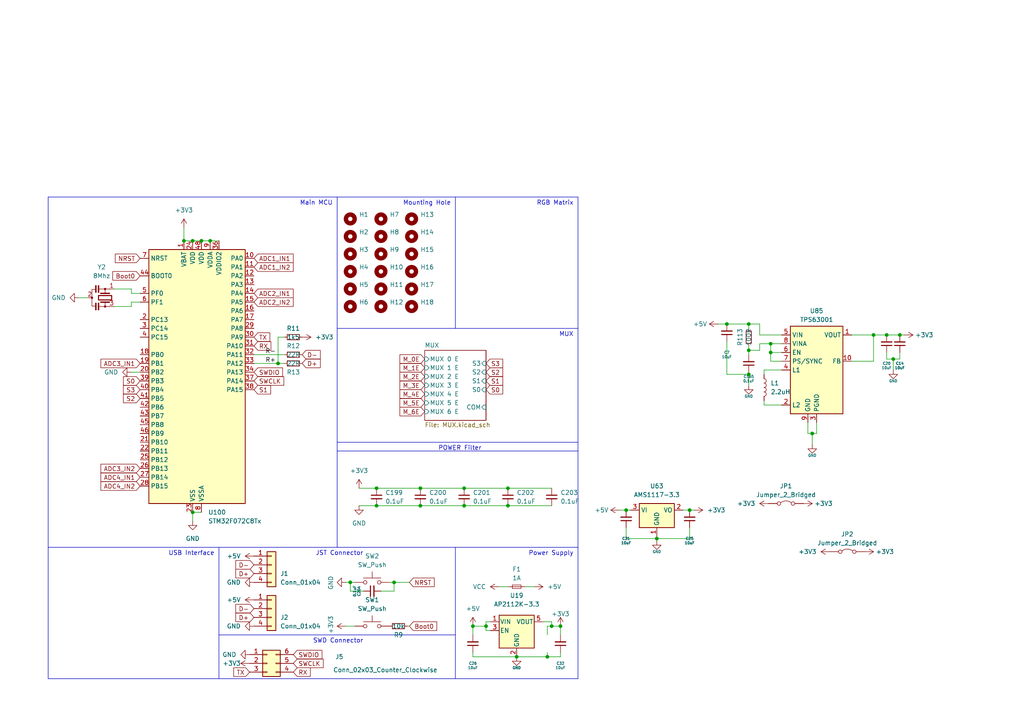
<source format=kicad_sch>
(kicad_sch (version 20231120) (generator "eeschema") (generator_version "8.0")
  (paper "A4")
  (lib_symbols
    (symbol "Connector_Generic:Conn_01x04" (pin_names (offset 1.016) hide)
      (property "Reference" "J" (at 0 5.08 0))
      (property "Value" "Conn_01x04" (at 0 -7.62 0))
      (symbol "Conn_01x04_1_1"
        (rectangle (start -1.27 -4.953) (end 0 -5.207) (stroke (width 0.1524)))
        (rectangle (start -1.27 -2.413) (end 0 -2.667) (stroke (width 0.1524)))
        (rectangle (start -1.27 0.127) (end 0 -0.127) (stroke (width 0.1524)))
        (rectangle (start -1.27 2.667) (end 0 2.413) (stroke (width 0.1524)))
        (rectangle (start -1.27 3.81) (end 1.27 -6.35) (stroke (width 0.254)) (fill (type background)))
        (pin passive line (at -5.08 2.54 0) (length 3.81) (name "Pin_1") (number "1"))
        (pin passive line (at -5.08 0 0) (length 3.81) (name "Pin_2") (number "2"))
        (pin passive line (at -5.08 -2.54 0) (length 3.81) (name "Pin_3") (number "3"))
        (pin passive line (at -5.08 -5.08 0) (length 3.81) (name "Pin_4") (number "4"))
      )
    )
    (symbol "Connector_Generic:Conn_02x03_Counter_Clockwise" (pin_names (offset 1.016) hide)
      (property "Reference" "J" (at 1.27 5.08 0))
      (property "Value" "Conn_02x03_Counter_Clockwise" (at 1.27 -5.08 0))
      (symbol "Conn_02x03_Counter_Clockwise_1_1"
        (rectangle (start -1.27 -2.413) (end 0 -2.667) (stroke (width 0.1524)))
        (rectangle (start -1.27 0.127) (end 0 -0.127) (stroke (width 0.1524)))
        (rectangle (start -1.27 2.667) (end 0 2.413) (stroke (width 0.1524)))
        (rectangle (start -1.27 3.81) (end 3.81 -3.81) (stroke (width 0.254)) (fill (type background)))
        (rectangle (start 3.81 -2.413) (end 2.54 -2.667) (stroke (width 0.1524)))
        (rectangle (start 3.81 0.127) (end 2.54 -0.127) (stroke (width 0.1524)))
        (rectangle (start 3.81 2.667) (end 2.54 2.413) (stroke (width 0.1524)))
        (pin passive line (at -5.08 2.54 0) (length 3.81) (name "Pin_1") (number "1"))
        (pin passive line (at -5.08 0 0) (length 3.81) (name "Pin_2") (number "2"))
        (pin passive line (at -5.08 -2.54 0) (length 3.81) (name "Pin_3") (number "3"))
        (pin passive line (at 7.62 -2.54 180) (length 3.81) (name "Pin_4") (number "4"))
        (pin passive line (at 7.62 0 180) (length 3.81) (name "Pin_5") (number "5"))
        (pin passive line (at 7.62 2.54 180) (length 3.81) (name "Pin_6") (number "6"))
      )
    )
    (symbol "Device:C_Small" (pin_numbers hide) (pin_names (offset 0.254) hide)
      (property "Reference" "C" (at 0.254 1.778 0))
      (property "Value" "C_Small" (at 0.254 -2.032 0))
      (symbol "C_Small_0_1"
        (polyline (pts (xy -1.524 -0.508) (xy 1.524 -0.508)) (stroke (width 0.3302)))
        (polyline (pts (xy -1.524 0.508) (xy 1.524 0.508)) (stroke (width 0.3048)))
      )
      (symbol "C_Small_1_1"
        (pin passive line (at 0 2.54 270) (length 2.032) (name "~") (number "1"))
        (pin passive line (at 0 -2.54 90) (length 2.032) (name "~") (number "2"))
      )
    )
    (symbol "Device:Fuse_Small" (pin_numbers hide) (pin_names (offset 0.254) hide)
      (property "Reference" "F" (at 0 -1.524 0))
      (property "Value" "Fuse_Small" (at 0 1.524 0))
      (symbol "Fuse_Small_0_1"
        (rectangle (start -1.27 0.508) (end 1.27 -0.508))
        (polyline (pts (xy -1.27 0) (xy 1.27 0)))
      )
      (symbol "Fuse_Small_1_1"
        (pin passive line (at -2.54 0 0) (length 1.27) (name "~") (number "1"))
        (pin passive line (at 2.54 0 180) (length 1.27) (name "~") (number "2"))
      )
    )
    (symbol "Device:L" (pin_numbers hide) (pin_names (offset 1.016) hide)
      (property "Reference" "L" (at -1.27 0 90))
      (property "Value" "L" (at 1.905 0 90))
      (symbol "L_0_1"
        (arc (start 0 -2.54) (mid 0.6323 -1.905) (end 0 -1.27))
        (arc (start 0 -1.27) (mid 0.6323 -0.635) (end 0 0))
        (arc (start 0 0) (mid 0.6323 0.635) (end 0 1.27))
        (arc (start 0 1.27) (mid 0.6323 1.905) (end 0 2.54))
      )
      (symbol "L_1_1"
        (pin passive line (at 0 3.81 270) (length 1.27) (name "1") (number "1"))
        (pin passive line (at 0 -3.81 90) (length 1.27) (name "2") (number "2"))
      )
    )
    (symbol "Device:R_Small" (pin_numbers hide) (pin_names (offset 0.254) hide)
      (property "Reference" "R" (at 0.762 0.508 0))
      (property "Value" "R_Small" (at 0.762 -1.016 0))
      (symbol "R_Small_0_1"
        (rectangle (start -0.762 1.778) (end 0.762 -1.778) (stroke (width 0.2032)))
      )
      (symbol "R_Small_1_1"
        (pin passive line (at 0 2.54 270) (length 0.762) (name "~") (number "1"))
        (pin passive line (at 0 -2.54 90) (length 0.762) (name "~") (number "2"))
      )
    )
    (symbol "Device:Resonator_Small" (pin_names (offset 1.016) hide)
      (property "Reference" "Y" (at 3.175 1.905 0))
      (property "Value" "Resonator_Small" (at 3.175 0 0))
      (symbol "Resonator_Small_0_1"
        (rectangle (start -3.556 -2.54) (end -1.524 -2.794) (fill (type outline)))
        (rectangle (start -3.556 -1.778) (end -1.524 -2.032) (fill (type outline)))
        (circle (center -2.54 0) (radius 0.254) (fill (type outline)))
        (rectangle (start -0.635 1.905) (end 0.635 -1.905) (stroke (width 0.3048)))
        (circle (center 0 -3.81) (radius 0.254) (fill (type outline)))
        (polyline (pts (xy -2.54 -1.778) (xy -2.54 0)))
        (polyline (pts (xy -2.54 0) (xy -1.397 0)))
        (polyline (pts (xy -2.54 1.27) (xy -2.54 0)))
        (polyline (pts (xy -1.27 -1.27) (xy -1.27 1.27)) (stroke (width 0.381)))
        (polyline (pts (xy 1.27 -1.27) (xy 1.27 1.27)) (stroke (width 0.381)))
        (polyline (pts (xy 1.27 0) (xy 2.54 0)))
        (polyline (pts (xy 2.54 0) (xy 2.54 -1.778)))
        (polyline (pts (xy 2.54 1.27) (xy 2.54 0)))
        (polyline (pts (xy 2.413 -2.794) (xy 2.413 -3.81) (xy -2.413 -3.81) (xy -2.413 -2.667)))
        (rectangle (start 1.524 -2.54) (end 3.556 -2.794) (fill (type outline)))
        (rectangle (start 1.524 -1.778) (end 3.556 -2.032) (fill (type outline)))
        (circle (center 2.54 0) (radius 0.254) (fill (type outline)))
      )
      (symbol "Resonator_Small_1_1"
        (pin passive line (at -2.54 2.54 270) (length 1.27) (name "1") (number "1"))
        (pin passive line (at 0 -5.08 90) (length 1.27) (name "2") (number "2"))
        (pin passive line (at 2.54 2.54 270) (length 1.27) (name "3") (number "3"))
      )
    )
    (symbol "Jumper:Jumper_2_Bridged" (pin_numbers hide) (pin_names (offset 0) hide) (exclude_from_sim yes)
      (property "Reference" "JP" (at 0 1.905 0))
      (property "Value" "Jumper_2_Bridged" (at 0 -2.54 0))
      (symbol "Jumper_2_Bridged_0_0"
        (circle (center -2.032 0) (radius 0.508))
        (circle (center 2.032 0) (radius 0.508))
      )
      (symbol "Jumper_2_Bridged_0_1"
        (arc (start 1.524 0.254) (mid 0 0.762) (end -1.524 0.254))
      )
      (symbol "Jumper_2_Bridged_1_1"
        (pin passive line (at -5.08 0 0) (length 2.54) (name "A") (number "1"))
        (pin passive line (at 5.08 0 180) (length 2.54) (name "B") (number "2"))
      )
    )
    (symbol "MCU_ST_STM32F0:STM32F072C8Tx"
      (property "Reference" "U" (at -12.7 39.37 0))
      (property "Value" "STM32F072C8Tx" (at 10.16 39.37 0))
      (symbol "STM32F072C8Tx_0_1"
        (rectangle (start -12.7 -35.56) (end 15.24 38.1) (stroke (width 0.254)) (fill (type background)))
      )
      (symbol "STM32F072C8Tx_1_1"
        (pin power_in line (at -2.54 40.64 270) (length 2.54) (name "VBAT") (number "1"))
        (pin bidirectional line (at 17.78 35.56 180) (length 2.54) (name "PA0") (number "10"))
        (pin bidirectional line (at 17.78 33.02 180) (length 2.54) (name "PA1") (number "11"))
        (pin bidirectional line (at 17.78 30.48 180) (length 2.54) (name "PA2") (number "12"))
        (pin bidirectional line (at 17.78 27.94 180) (length 2.54) (name "PA3") (number "13"))
        (pin bidirectional line (at 17.78 25.4 180) (length 2.54) (name "PA4") (number "14"))
        (pin bidirectional line (at 17.78 22.86 180) (length 2.54) (name "PA5") (number "15"))
        (pin bidirectional line (at 17.78 20.32 180) (length 2.54) (name "PA6") (number "16"))
        (pin bidirectional line (at 17.78 17.78 180) (length 2.54) (name "PA7") (number "17"))
        (pin bidirectional line (at -15.24 7.62 0) (length 2.54) (name "PB0") (number "18"))
        (pin bidirectional line (at -15.24 5.08 0) (length 2.54) (name "PB1") (number "19"))
        (pin bidirectional line (at -15.24 17.78 0) (length 2.54) (name "PC13") (number "2"))
        (pin bidirectional line (at -15.24 2.54 0) (length 2.54) (name "PB2") (number "20"))
        (pin bidirectional line (at -15.24 -17.78 0) (length 2.54) (name "PB10") (number "21"))
        (pin bidirectional line (at -15.24 -20.32 0) (length 2.54) (name "PB11") (number "22"))
        (pin power_in line (at 0 -38.1 90) (length 2.54) (name "VSS") (number "23"))
        (pin power_in line (at 0 40.64 270) (length 2.54) (name "VDD") (number "24"))
        (pin bidirectional line (at -15.24 -22.86 0) (length 2.54) (name "PB12") (number "25"))
        (pin bidirectional line (at -15.24 -25.4 0) (length 2.54) (name "PB13") (number "26"))
        (pin bidirectional line (at -15.24 -27.94 0) (length 2.54) (name "PB14") (number "27"))
        (pin bidirectional line (at -15.24 -30.48 0) (length 2.54) (name "PB15") (number "28"))
        (pin bidirectional line (at 17.78 15.24 180) (length 2.54) (name "PA8") (number "29"))
        (pin bidirectional line (at -15.24 15.24 0) (length 2.54) (name "PC14") (number "3"))
        (pin bidirectional line (at 17.78 12.7 180) (length 2.54) (name "PA9") (number "30"))
        (pin bidirectional line (at 17.78 10.16 180) (length 2.54) (name "PA10") (number "31"))
        (pin bidirectional line (at 17.78 7.62 180) (length 2.54) (name "PA11") (number "32"))
        (pin bidirectional line (at 17.78 5.08 180) (length 2.54) (name "PA12") (number "33"))
        (pin bidirectional line (at 17.78 2.54 180) (length 2.54) (name "PA13") (number "34"))
        (pin passive line (at 0 -38.1 90) (length 2.54) hide (name "VSS") (number "35"))
        (pin power_in line (at 7.62 40.64 270) (length 2.54) (name "VDDIO2") (number "36"))
        (pin bidirectional line (at 17.78 0 180) (length 2.54) (name "PA14") (number "37"))
        (pin bidirectional line (at 17.78 -2.54 180) (length 2.54) (name "PA15") (number "38"))
        (pin bidirectional line (at -15.24 0 0) (length 2.54) (name "PB3") (number "39"))
        (pin bidirectional line (at -15.24 12.7 0) (length 2.54) (name "PC15") (number "4"))
        (pin bidirectional line (at -15.24 -2.54 0) (length 2.54) (name "PB4") (number "40"))
        (pin bidirectional line (at -15.24 -5.08 0) (length 2.54) (name "PB5") (number "41"))
        (pin bidirectional line (at -15.24 -7.62 0) (length 2.54) (name "PB6") (number "42"))
        (pin bidirectional line (at -15.24 -10.16 0) (length 2.54) (name "PB7") (number "43"))
        (pin input line (at -15.24 30.48 0) (length 2.54) (name "BOOT0") (number "44"))
        (pin bidirectional line (at -15.24 -12.7 0) (length 2.54) (name "PB8") (number "45"))
        (pin bidirectional line (at -15.24 -15.24 0) (length 2.54) (name "PB9") (number "46"))
        (pin passive line (at 0 -38.1 90) (length 2.54) hide (name "VSS") (number "47"))
        (pin power_in line (at 2.54 40.64 270) (length 2.54) (name "VDD") (number "48"))
        (pin bidirectional line (at -15.24 25.4 0) (length 2.54) (name "PF0") (number "5"))
        (pin bidirectional line (at -15.24 22.86 0) (length 2.54) (name "PF1") (number "6"))
        (pin input line (at -15.24 35.56 0) (length 2.54) (name "NRST") (number "7"))
        (pin power_in line (at 2.54 -38.1 90) (length 2.54) (name "VSSA") (number "8"))
        (pin power_in line (at 5.08 40.64 270) (length 2.54) (name "VDDA") (number "9"))
      )
    )
    (symbol "Mechanical:MountingHole" (pin_names (offset 1.016))
      (property "Reference" "H" (at 0 5.08 0))
      (property "Value" "MountingHole" (at 0 3.175 0))
      (symbol "MountingHole_0_1"
        (circle (center 0 0) (radius 1.27) (stroke (width 1.27)))
      )
    )
    (symbol "Regulator_Linear:AMS1117-3.3"
      (property "Reference" "U" (at -3.81 3.175 0))
      (property "Value" "AMS1117-3.3" (at 0 3.175 0))
      (symbol "AMS1117-3.3_0_1"
        (rectangle (start -5.08 -5.08) (end 5.08 1.905) (stroke (width 0.254)) (fill (type background)))
      )
      (symbol "AMS1117-3.3_1_1"
        (pin power_in line (at 0 -7.62 90) (length 2.54) (name "GND") (number "1"))
        (pin power_out line (at 7.62 0 180) (length 2.54) (name "VO") (number "2"))
        (pin power_in line (at -7.62 0 0) (length 2.54) (name "VI") (number "3"))
      )
    )
    (symbol "Regulator_Linear:AP2112K-3.3" (pin_names (offset 0.254))
      (property "Reference" "U" (at -5.08 5.715 0))
      (property "Value" "AP2112K-3.3" (at 0 5.715 0))
      (symbol "AP2112K-3.3_0_1"
        (rectangle (start -5.08 4.445) (end 5.08 -5.08) (stroke (width 0.254)) (fill (type background)))
      )
      (symbol "AP2112K-3.3_1_1"
        (pin power_in line (at -7.62 2.54 0) (length 2.54) (name "VIN") (number "1"))
        (pin power_in line (at 0 -7.62 90) (length 2.54) (name "GND") (number "2"))
        (pin input line (at -7.62 0 0) (length 2.54) (name "EN") (number "3"))
        (pin no_connect line (at 5.08 0 180) (length 2.54) hide (name "NC") (number "4"))
        (pin power_out line (at 7.62 2.54 180) (length 2.54) (name "VOUT") (number "5"))
      )
    )
    (symbol "Regulator_Switching:TPS63001"
      (property "Reference" "U" (at -7.62 13.97 0))
      (property "Value" "TPS63001" (at 5.08 13.97 0))
      (symbol "TPS63001_0_1"
        (rectangle (start -7.62 12.7) (end 7.62 -12.7) (stroke (width 0.254)) (fill (type background)))
      )
      (symbol "TPS63001_1_1"
        (pin power_out line (at 10.16 10.16 180) (length 2.54) (name "VOUT") (number "1"))
        (pin input line (at 10.16 2.54 180) (length 2.54) (name "FB") (number "10"))
        (pin passive line (at 0 -15.24 90) (length 2.54) hide (name "PGND") (number "11"))
        (pin input line (at -10.16 -10.16 0) (length 2.54) (name "L2") (number "2"))
        (pin power_in line (at 0 -15.24 90) (length 2.54) (name "PGND") (number "3"))
        (pin input line (at -10.16 0 0) (length 2.54) (name "L1") (number "4"))
        (pin power_in line (at -10.16 10.16 0) (length 2.54) (name "VIN") (number "5"))
        (pin input line (at -10.16 5.08 0) (length 2.54) (name "EN") (number "6"))
        (pin input line (at -10.16 2.54 0) (length 2.54) (name "PS/SYNC") (number "7"))
        (pin power_in line (at -10.16 7.62 0) (length 2.54) (name "VINA") (number "8"))
        (pin power_in line (at -2.54 -15.24 90) (length 2.54) (name "GND") (number "9"))
      )
    )
    (symbol "Switch:SW_Push" (pin_numbers hide) (pin_names (offset 1.016) hide)
      (property "Reference" "SW" (at 1.27 2.54 0))
      (property "Value" "SW_Push" (at 0 -1.524 0))
      (symbol "SW_Push_0_1"
        (circle (center -2.032 0) (radius 0.508))
        (polyline (pts (xy 0 1.27) (xy 0 3.048)))
        (polyline (pts (xy 2.54 1.27) (xy -2.54 1.27)))
        (circle (center 2.032 0) (radius 0.508))
        (pin passive line (at -5.08 0 0) (length 2.54) (name "1") (number "1"))
        (pin passive line (at 5.08 0 180) (length 2.54) (name "2") (number "2"))
      )
    )
    (symbol "power:+3.3V" (power) (pin_names (offset 0))
      (property "Value" "+3.3V" (at 0 3.556 0))
      (symbol "+3.3V_0_1"
        (polyline (pts (xy -0.762 1.27) (xy 0 2.54)))
        (polyline (pts (xy 0 0) (xy 0 2.54)))
        (polyline (pts (xy 0 2.54) (xy 0.762 1.27)))
      )
      (symbol "+3.3V_1_1"
        (pin power_in line (at 0 0 90) (length 0) hide (name "+3V3") (number "1"))
      )
    )
    (symbol "power:+3V3" (power) (pin_names (offset 0))
      (property "Value" "+3V3" (at 0 3.556 0))
      (symbol "+3V3_0_1"
        (polyline (pts (xy -0.762 1.27) (xy 0 2.54)))
        (polyline (pts (xy 0 0) (xy 0 2.54)))
        (polyline (pts (xy 0 2.54) (xy 0.762 1.27)))
      )
      (symbol "+3V3_1_1"
        (pin power_in line (at 0 0 90) (length 0) hide (name "+3V3") (number "1"))
      )
    )
    (symbol "power:+5V" (power) (pin_names (offset 0))
      (property "Value" "+5V" (at 0 3.556 0))
      (symbol "+5V_0_1"
        (polyline (pts (xy -0.762 1.27) (xy 0 2.54)))
        (polyline (pts (xy 0 0) (xy 0 2.54)))
        (polyline (pts (xy 0 2.54) (xy 0.762 1.27)))
      )
      (symbol "+5V_1_1"
        (pin power_in line (at 0 0 90) (length 0) hide (name "+5V") (number "1"))
      )
    )
    (symbol "power:GND" (power) (pin_names (offset 0))
      (property "Value" "GND" (at 0 -3.81 0))
      (symbol "GND_0_1"
        (polyline (pts (xy 0 0) (xy 0 -1.27) (xy 1.27 -1.27) (xy 0 -2.54) (xy -1.27 -1.27) (xy 0 -1.27)))
      )
      (symbol "GND_1_1"
        (pin power_in line (at 0 0 270) (length 0) hide (name "GND") (number "1"))
      )
    )
    (symbol "power:VCC" (power) (pin_names (offset 0))
      (property "Value" "VCC" (at 0 3.81 0))
      (symbol "VCC_0_1"
        (polyline (pts (xy -0.762 1.27) (xy 0 2.54)))
        (polyline (pts (xy 0 0) (xy 0 2.54)))
        (polyline (pts (xy 0 2.54) (xy 0.762 1.27)))
      )
      (symbol "VCC_1_1"
        (pin power_in line (at 0 0 90) (length 0) hide (name "VCC") (number "1"))
      )
    )
  )
  (junction (at 55.88 148.59))
  (junction (at 162.56 181.61))
  (junction (at 235.585 125.73))
  (junction (at 149.86 190.5) (diameter 0.9144))
  (junction (at 223.52 102.235))
  (junction (at 60.96 69.85))
  (junction (at 58.42 69.85))
  (junction (at 259.08 104.14))
  (junction (at 134.62 146.685))
  (junction (at 257.175 97.155))
  (junction (at 121.92 141.605))
  (junction (at 210.82 93.98))
  (junction (at 158.75 190.5))
  (junction (at 217.17 93.98))
  (junction (at 140.97 181.61))
  (junction (at 114.3 168.91))
  (junction (at 101.6 168.91))
  (junction (at 109.22 141.605))
  (junction (at 109.22 146.685))
  (junction (at 160.02 181.61))
  (junction (at 137.16 181.61))
  (junction (at 260.985 97.155))
  (junction (at 134.62 141.605))
  (junction (at 217.17 101.6))
  (junction (at 147.32 141.605))
  (junction (at 190.5 156.21))
  (junction (at 80.645 105.41))
  (junction (at 121.92 146.685))
  (junction (at 253.365 97.155))
  (junction (at 181.61 147.955))
  (junction (at 223.52 99.695))
  (junction (at 53.34 69.85))
  (junction (at 55.88 69.85))
  (junction (at 217.17 108.585))
  (junction (at 147.32 146.685))
  (junction (at 200.025 147.955))
  (wire (pts (xy 157.48 180.34) (xy 160.02 180.34)))
  (wire (pts (xy 140.97 181.61) (xy 137.16 181.61)))
  (wire (pts (xy 208.28 93.98) (xy 210.82 93.98)))
  (wire (pts (xy 55.88 148.59) (xy 55.88 151.13)))
  (polyline (pts (xy 63.5 158.75) (xy 63.5 196.85)))
  (polyline (pts (xy 97.79 128.27) (xy 167.64 128.27)))
  (wire (pts (xy 160.02 181.61) (xy 162.56 181.61)))
  (wire (pts (xy 223.52 99.695) (xy 220.345 99.695)))
  (wire (pts (xy 110.49 171.45) (xy 114.3 171.45)))
  (polyline (pts (xy 13.97 158.75) (xy 167.64 158.75)))
  (wire (pts (xy 140.97 182.88) (xy 140.97 181.61)))
  (wire (pts (xy 217.17 93.98) (xy 217.17 95.25)))
  (polyline (pts (xy 132.08 57.15) (xy 132.08 95.25)))
  (wire (pts (xy 104.14 146.685) (xy 109.22 146.685)))
  (polyline (pts (xy 13.97 196.85) (xy 167.64 196.85)))
  (wire (pts (xy 149.86 190.5) (xy 158.75 190.5)))
  (wire (pts (xy 158.75 189.23) (xy 158.75 190.5)))
  (wire (pts (xy 217.17 108.585) (xy 217.17 111.76)))
  (wire (pts (xy 80.645 97.79) (xy 82.55 97.79)))
  (wire (pts (xy 181.61 153.035) (xy 181.61 156.21)))
  (wire (pts (xy 200.025 147.955) (xy 201.295 147.955)))
  (wire (pts (xy 121.92 141.605) (xy 134.62 141.605)))
  (wire (pts (xy 223.52 104.775) (xy 223.52 102.235)))
  (wire (pts (xy 220.345 99.695) (xy 220.345 101.6)))
  (wire (pts (xy 53.34 66.04) (xy 53.34 69.85)))
  (wire (pts (xy 38.1 87.63) (xy 38.1 88.9)))
  (wire (pts (xy 114.3 168.91) (xy 113.03 168.91)))
  (wire (pts (xy 60.96 69.85) (xy 58.42 69.85)))
  (wire (pts (xy 217.17 101.6) (xy 217.17 102.87)))
  (wire (pts (xy 226.695 99.695) (xy 223.52 99.695)))
  (wire (pts (xy 200.025 153.035) (xy 200.025 156.21)))
  (wire (pts (xy 190.5 156.21) (xy 190.5 156.845)))
  (wire (pts (xy 247.015 104.775) (xy 253.365 104.775)))
  (wire (pts (xy 142.24 180.34) (xy 140.97 180.34)))
  (wire (pts (xy 147.32 170.18) (xy 144.78 170.18)))
  (polyline (pts (xy 97.79 95.25) (xy 167.64 95.25)))
  (wire (pts (xy 220.345 97.155) (xy 220.345 93.98)))
  (wire (pts (xy 257.175 104.14) (xy 259.08 104.14)))
  (wire (pts (xy 179.705 147.955) (xy 181.61 147.955)))
  (wire (pts (xy 257.175 97.155) (xy 260.985 97.155)))
  (wire (pts (xy 147.32 146.685) (xy 160.02 146.685)))
  (wire (pts (xy 102.87 181.61) (xy 100.33 181.61)))
  (wire (pts (xy 158.75 184.15) (xy 158.75 181.61)))
  (wire (pts (xy 82.55 102.87) (xy 73.66 102.87)))
  (wire (pts (xy 220.345 93.98) (xy 217.17 93.98)))
  (wire (pts (xy 109.22 141.605) (xy 121.92 141.605)))
  (wire (pts (xy 137.16 189.23) (xy 137.16 190.5)))
  (wire (pts (xy 137.16 181.61) (xy 137.16 184.15)))
  (wire (pts (xy 160.02 180.34) (xy 160.02 181.61)))
  (wire (pts (xy 38.1 85.09) (xy 38.1 83.82)))
  (wire (pts (xy 226.695 107.315) (xy 221.615 107.315)))
  (wire (pts (xy 121.92 146.685) (xy 134.62 146.685)))
  (wire (pts (xy 223.52 102.235) (xy 223.52 99.695)))
  (wire (pts (xy 226.695 117.475) (xy 221.615 117.475)))
  (wire (pts (xy 101.6 168.91) (xy 102.87 168.91)))
  (wire (pts (xy 181.61 156.21) (xy 190.5 156.21)))
  (wire (pts (xy 58.42 69.85) (xy 55.88 69.85)))
  (wire (pts (xy 118.745 168.91) (xy 114.3 168.91)))
  (wire (pts (xy 210.82 99.06) (xy 210.82 108.585)))
  (wire (pts (xy 260.985 102.235) (xy 260.985 104.14)))
  (wire (pts (xy 210.82 108.585) (xy 217.17 108.585)))
  (wire (pts (xy 235.585 125.73) (xy 235.585 128.905)))
  (wire (pts (xy 200.025 156.21) (xy 190.5 156.21)))
  (wire (pts (xy 259.08 104.14) (xy 259.08 107.315)))
  (wire (pts (xy 109.22 146.685) (xy 121.92 146.685)))
  (wire (pts (xy 63.5 69.85) (xy 60.96 69.85)))
  (wire (pts (xy 210.82 93.98) (xy 217.17 93.98)))
  (wire (pts (xy 234.315 125.73) (xy 235.585 125.73)))
  (wire (pts (xy 223.52 102.235) (xy 226.695 102.235)))
  (wire (pts (xy 140.97 180.34) (xy 140.97 181.61)))
  (wire (pts (xy 33.02 88.9) (xy 38.1 88.9)))
  (wire (pts (xy 134.62 141.605) (xy 147.32 141.605)))
  (wire (pts (xy 100.33 168.91) (xy 101.6 168.91)))
  (wire (pts (xy 38.1 107.95) (xy 40.64 107.95)))
  (wire (pts (xy 134.62 146.685) (xy 147.32 146.685)))
  (wire (pts (xy 181.61 147.955) (xy 182.88 147.955)))
  (wire (pts (xy 226.695 97.155) (xy 220.345 97.155)))
  (polyline (pts (xy 97.79 57.15) (xy 97.79 158.75)))
  (wire (pts (xy 118.11 181.61) (xy 118.745 181.61)))
  (wire (pts (xy 22.86 86.36) (xy 25.4 86.36)))
  (wire (pts (xy 221.615 107.315) (xy 221.615 108.585)))
  (wire (pts (xy 234.315 122.555) (xy 234.315 125.73)))
  (wire (pts (xy 235.585 125.73) (xy 236.855 125.73)))
  (wire (pts (xy 253.365 97.155) (xy 257.175 97.155)))
  (polyline (pts (xy 132.08 158.75) (xy 132.08 196.85)))
  (polyline (pts (xy 13.97 57.15) (xy 167.64 57.15)))
  (wire (pts (xy 147.32 141.605) (xy 160.02 141.605)))
  (wire (pts (xy 152.4 170.18) (xy 154.94 170.18)))
  (polyline (pts (xy 13.97 57.15) (xy 13.97 196.85)))
  (wire (pts (xy 101.6 171.45) (xy 105.41 171.45)))
  (wire (pts (xy 40.64 85.09) (xy 38.1 85.09)))
  (wire (pts (xy 149.86 190.5) (xy 137.16 190.5)))
  (wire (pts (xy 257.175 102.235) (xy 257.175 104.14)))
  (wire (pts (xy 226.695 104.775) (xy 223.52 104.775)))
  (wire (pts (xy 55.88 69.85) (xy 53.34 69.85)))
  (polyline (pts (xy 97.79 130.81) (xy 167.64 130.81)))
  (wire (pts (xy 221.615 117.475) (xy 221.615 116.205)))
  (wire (pts (xy 104.14 141.605) (xy 109.22 141.605)))
  (wire (pts (xy 58.42 148.59) (xy 55.88 148.59)))
  (wire (pts (xy 162.56 181.61) (xy 162.56 184.15)))
  (wire (pts (xy 80.645 105.41) (xy 73.66 105.41)))
  (wire (pts (xy 142.24 182.88) (xy 140.97 182.88)))
  (wire (pts (xy 114.3 171.45) (xy 114.3 168.91)))
  (wire (pts (xy 236.855 122.555) (xy 236.855 125.73)))
  (wire (pts (xy 260.985 104.14) (xy 259.08 104.14)))
  (wire (pts (xy 220.345 101.6) (xy 217.17 101.6)))
  (wire (pts (xy 217.17 107.95) (xy 217.17 108.585)))
  (wire (pts (xy 101.6 171.45) (xy 101.6 168.91)))
  (polyline (pts (xy 167.64 57.15) (xy 167.64 196.85)))
  (wire (pts (xy 217.17 100.33) (xy 217.17 101.6)))
  (wire (pts (xy 162.56 189.23) (xy 162.56 190.5)))
  (wire (pts (xy 253.365 104.775) (xy 253.365 97.155)))
  (wire (pts (xy 260.985 97.155) (xy 262.255 97.155)))
  (wire (pts (xy 82.55 105.41) (xy 80.645 105.41)))
  (wire (pts (xy 158.75 181.61) (xy 160.02 181.61)))
  (wire (pts (xy 33.02 83.82) (xy 38.1 83.82)))
  (wire (pts (xy 158.75 190.5) (xy 162.56 190.5)))
  (polyline (pts (xy 63.5 184.15) (xy 132.08 184.15)))
  (wire (pts (xy 40.64 87.63) (xy 38.1 87.63)))
  (wire (pts (xy 80.645 97.79) (xy 80.645 105.41)))
  (wire (pts (xy 198.12 147.955) (xy 200.025 147.955)))
  (wire (pts (xy 190.5 155.575) (xy 190.5 156.21)))
  (wire (pts (xy 247.015 97.155) (xy 253.365 97.155)))
  (text "JST Connector" (at 105.41 161.29 0) (effects (font (size 1.27 1.27)) (justify right bottom)))
  (text "Main MCU" (at 96.52 59.69 0) (effects (font (size 1.27 1.27)) (justify right bottom)))
  (text "MUX" (at 166.37 97.79 0) (effects (font (size 1.27 1.27)) (justify right bottom)))
  (text "Power Supply" (at 166.37 161.29 0) (effects (font (size 1.27 1.27)) (justify right bottom)))
  (text "SWD Connector" (at 105.41 186.69 0) (effects (font (size 1.27 1.27)) (justify right bottom)))
  (text "USB Interface" (at 62.23 161.29 0) (effects (font (size 1.27 1.27)) (justify right bottom)))
  (text "Mounting Hole" (at 130.81 59.69 0) (effects (font (size 1.27 1.27)) (justify right bottom)))
  (text "POWER Filter" (at 139.7 130.81 0) (effects (font (size 1.27 1.27)) (justify right bottom)))
  (text "RGB Matrix" (at 166.37 59.69 0) (effects (font (size 1.27 1.27)) (justify right bottom)))
  (label "R+" (at 80.01 105.41 180))
  (label "R-" (at 80.01 102.87 180))
  (global_label "S3" (shape input) (at 40.64 113.03 180) (property "Intersheetrefs" "${INTERSHEET_REFS}" (effects (hide yes))))
  (global_label "NRST" (shape input) (at 40.64 74.93 180) (property "Intersheetrefs" "${INTERSHEET_REFS}" (effects (hide yes))))
  (global_label "S2" (shape input) (at 40.64 115.57 180) (property "Intersheetrefs" "${INTERSHEET_REFS}" (effects (hide yes))))
  (global_label "TX" (shape input) (at 73.66 97.79 0) (property "Intersheetrefs" "${INTERSHEET_REFS}" (effects (hide yes))))
  (global_label "M_5E" (shape input) (at 123.19 116.84 180) (property "Intersheetrefs" "${INTERSHEET_REFS}" (effects (hide yes))))
  (global_label "RX" (shape input) (at 73.66 100.33 0) (property "Intersheetrefs" "${INTERSHEET_REFS}" (effects (hide yes))))
  (global_label "ADC4_IN2" (shape input) (at 40.64 140.97 180) (property "Intersheetrefs" "${INTERSHEET_REFS}" (effects (hide yes))))
  (global_label "M_3E" (shape input) (at 123.19 111.76 180) (property "Intersheetrefs" "${INTERSHEET_REFS}" (effects (hide yes))))
  (global_label "D-" (shape input) (at 87.63 102.87 0) (property "Intersheetrefs" "${INTERSHEET_REFS}" (effects (hide yes))))
  (global_label "Boot0" (shape input) (at 40.64 80.01 180) (property "Intersheetrefs" "${INTERSHEET_REFS}" (effects (hide yes))))
  (global_label "TX" (shape input) (at 72.39 194.945 180) (property "Intersheetrefs" "${INTERSHEET_REFS}" (effects (hide yes))))
  (global_label "SWCLK" (shape input) (at 73.66 110.49 0) (property "Intersheetrefs" "${INTERSHEET_REFS}" (effects (hide yes))))
  (global_label "S3" (shape input) (at 140.97 105.41 0) (property "Intersheetrefs" "${INTERSHEET_REFS}" (effects (hide yes))))
  (global_label "M_2E" (shape input) (at 123.19 109.22 180) (property "Intersheetrefs" "${INTERSHEET_REFS}" (effects (hide yes))))
  (global_label "ADC4_IN1" (shape input) (at 40.64 138.43 180) (property "Intersheetrefs" "${INTERSHEET_REFS}" (effects (hide yes))))
  (global_label "NRST" (shape input) (at 118.745 168.91 0) (property "Intersheetrefs" "${INTERSHEET_REFS}" (effects (hide yes))))
  (global_label "D+" (shape input) (at 87.63 105.41 0) (property "Intersheetrefs" "${INTERSHEET_REFS}" (effects (hide yes))))
  (global_label "S1" (shape input) (at 73.66 113.03 0) (property "Intersheetrefs" "${INTERSHEET_REFS}" (effects (hide yes))))
  (global_label "ADC3_IN1" (shape input) (at 40.64 105.41 180) (property "Intersheetrefs" "${INTERSHEET_REFS}" (effects (hide yes))))
  (global_label "S0" (shape input) (at 40.64 110.49 180) (property "Intersheetrefs" "${INTERSHEET_REFS}" (effects (hide yes))))
  (global_label "Boot0" (shape input) (at 118.745 181.61 0) (property "Intersheetrefs" "${INTERSHEET_REFS}" (effects (hide yes))))
  (global_label "SWDIO" (shape input) (at 85.09 189.865 0) (property "Intersheetrefs" "${INTERSHEET_REFS}" (effects (hide yes))))
  (global_label "M_0E" (shape input) (at 123.19 104.14 180) (property "Intersheetrefs" "${INTERSHEET_REFS}" (effects (hide yes))))
  (global_label "S0" (shape input) (at 140.97 113.03 0) (property "Intersheetrefs" "${INTERSHEET_REFS}" (effects (hide yes))))
  (global_label "ADC2_IN1" (shape input) (at 73.66 85.09 0) (property "Intersheetrefs" "${INTERSHEET_REFS}" (effects (hide yes))))
  (global_label "D+" (shape input) (at 73.66 179.07 180) (property "Intersheetrefs" "${INTERSHEET_REFS}" (effects (hide yes))))
  (global_label "M_4E" (shape input) (at 123.19 114.3 180) (property "Intersheetrefs" "${INTERSHEET_REFS}" (effects (hide yes))))
  (global_label "S1" (shape input) (at 140.97 110.49 0) (property "Intersheetrefs" "${INTERSHEET_REFS}" (effects (hide yes))))
  (global_label "SWCLK" (shape input) (at 85.09 192.405 0) (property "Intersheetrefs" "${INTERSHEET_REFS}" (effects (hide yes))))
  (global_label "D-" (shape input) (at 73.66 176.53 180) (property "Intersheetrefs" "${INTERSHEET_REFS}" (effects (hide yes))))
  (global_label "ADC1_IN2" (shape input) (at 73.66 77.47 0) (property "Intersheetrefs" "${INTERSHEET_REFS}" (effects (hide yes))))
  (global_label "ADC1_IN1" (shape input) (at 73.66 74.93 0) (property "Intersheetrefs" "${INTERSHEET_REFS}" (effects (hide yes))))
  (global_label "D+" (shape input) (at 73.66 166.37 180) (property "Intersheetrefs" "${INTERSHEET_REFS}" (effects (hide yes))))
  (global_label "D-" (shape input) (at 73.66 163.83 180) (property "Intersheetrefs" "${INTERSHEET_REFS}" (effects (hide yes))))
  (global_label "S2" (shape input) (at 140.97 107.95 0) (property "Intersheetrefs" "${INTERSHEET_REFS}" (effects (hide yes))))
  (global_label "ADC3_IN2" (shape input) (at 40.64 135.89 180) (property "Intersheetrefs" "${INTERSHEET_REFS}" (effects (hide yes))))
  (global_label "M_1E" (shape input) (at 123.19 106.68 180) (property "Intersheetrefs" "${INTERSHEET_REFS}" (effects (hide yes))))
  (global_label "RX" (shape input) (at 85.09 194.945 0) (property "Intersheetrefs" "${INTERSHEET_REFS}" (effects (hide yes))))
  (global_label "SWDIO" (shape input) (at 73.66 107.95 0) (property "Intersheetrefs" "${INTERSHEET_REFS}" (effects (hide yes))))
  (global_label "M_6E" (shape input) (at 123.19 119.38 180) (property "Intersheetrefs" "${INTERSHEET_REFS}" (effects (hide yes))))
  (global_label "ADC2_IN2" (shape input) (at 73.66 87.63 0) (property "Intersheetrefs" "${INTERSHEET_REFS}" (effects (hide yes))))
  (symbol (lib_id "Device:R_Small") (at 115.57 181.61 270) (unit 1)
    (property "Reference" "R9" (at 115.57 184.15 90))
    (property "Value" "10k" (at 115.57 181.61 90))
    (property "Footprint" "Common_Footprint:R_0402" (effects (hide yes)))
  )
  (symbol (lib_id "Connector_Generic:Conn_01x04") (at 78.74 163.83 0) (unit 1)
    (property "Reference" "J1" (at 81.28 166.37 0) (effects (justify left)))
    (property "Value" "Conn_01x04" (at 81.28 168.91 0) (effects (justify left)))
    (property "Footprint" "sanproject-keyboard-part:JST-SR-4" (effects (hide yes)))
  )
  (symbol (lib_id "Mechanical:MountingHole") (at 119.38 63.5 0) (unit 1)
    (property "Reference" "H13" (at 121.92 62.23 0) (effects (justify left)))
    (property "Value" "MountingHole" (effects (hide yes)))
    (property "Footprint" "MountingHole:MountingHole_2.2mm_M2_DIN965_Pad" (effects (hide yes)))
  )
  (symbol (lib_id "Device:C_Small") (at 109.22 144.145 0) (unit 1)
    (property "Reference" "C199" (at 111.76 142.8813 0) (effects (justify left)))
    (property "Value" "0.1uF" (at 111.76 145.4213 0) (effects (justify left)))
    (property "Footprint" "Common_Footprint:C_0402" (effects (hide yes)))
  )
  (symbol (lib_id "Mechanical:MountingHole") (at 110.49 68.58 0) (unit 1)
    (property "Reference" "H8" (at 113.03 67.31 0) (effects (justify left)))
    (property "Value" "MountingHole" (effects (hide yes)))
    (property "Footprint" "MountingHole:MountingHole_2.2mm_M2_DIN965_Pad" (effects (hide yes)))
  )
  (symbol (lib_id "Mechanical:MountingHole") (at 101.6 68.58 0) (unit 1)
    (property "Reference" "H2" (at 104.14 67.31 0) (effects (justify left)))
    (property "Value" "MountingHole" (effects (hide yes)))
    (property "Footprint" "MountingHole:MountingHole_2.2mm_M2_DIN965_Pad" (effects (hide yes)))
  )
  (symbol (lib_id "Device:Resonator_Small") (at 30.48 86.36 270) (unit 1)
    (property "Reference" "Y2" (at 29.4767 77.47 90))
    (property "Value" "8Mhz" (at 29.4767 80.01 90))
    (property "Footprint" "Crystal:Resonator_SMD_Murata_CSTxExxV-3Pin_3.0x1.1mm" (effects (hide yes)))
  )
  (symbol (lib_id "power:GND") (at 235.585 128.905 0) (unit 1)
    (property "Reference" "#PWR0168" (effects (hide yes)))
    (property "Value" "GND" (at 235.585 132.08 0) (effects (font (size 0.762 0.762))))
  )
  (symbol (lib_id "Mechanical:MountingHole") (at 119.38 68.58 0) (unit 1)
    (property "Reference" "H14" (at 121.92 67.31 0) (effects (justify left)))
    (property "Value" "MountingHole" (effects (hide yes)))
    (property "Footprint" "MountingHole:MountingHole_2.2mm_M2_DIN965_Pad" (effects (hide yes)))
  )
  (symbol (lib_id "Device:C_Small") (at 217.17 105.41 180) (unit 1)
    (property "Reference" "C165" (at 217.17 109.22 0) (effects (font (size 0.762 0.762))))
    (property "Value" "0.1uF" (at 217.17 110.49 0) (effects (font (size 0.762 0.762))))
    (property "Footprint" "Capacitor_SMD:C_0402_1005Metric" (effects (hide yes)))
  )
  (symbol (lib_id "Mechanical:MountingHole") (at 110.49 83.82 0) (unit 1)
    (property "Reference" "H11" (at 113.03 82.55 0) (effects (justify left)))
    (property "Value" "MountingHole" (effects (hide yes)))
    (property "Footprint" "MountingHole:MountingHole_2.2mm_M2_DIN965_Pad" (effects (hide yes)))
  )
  (symbol (lib_id "power:+3.3V") (at 240.665 160.02 90) (unit 1)
    (property "Reference" "#PWR084" (effects (hide yes)))
    (property "Value" "+3V3" (at 236.855 160.0199 90) (effects (justify left)))
  )
  (symbol (lib_id "power:+3.3V") (at 222.885 146.05 90) (unit 1)
    (property "Reference" "#PWR061" (effects (hide yes)))
    (property "Value" "+3V3" (at 219.075 146.0499 90) (effects (justify left)))
  )
  (symbol (lib_id "Device:C_Small") (at 260.985 99.695 180) (unit 1)
    (property "Reference" "C14" (at 260.985 105.41 0) (effects (font (size 0.762 0.762))))
    (property "Value" "10uF" (at 260.985 106.68 0) (effects (font (size 0.762 0.762))))
    (property "Footprint" "Common_Footprint:C_0402" (effects (hide yes)))
  )
  (symbol (lib_id "power:+3V3") (at 100.33 181.61 90) (unit 1)
    (property "Reference" "#PWR077" (effects (hide yes)))
    (property "Value" "+3V3" (at 95.9358 181.229 0))
  )
  (symbol (lib_id "Mechanical:MountingHole") (at 110.49 88.9 0) (unit 1)
    (property "Reference" "H12" (at 113.03 87.63 0) (effects (justify left)))
    (property "Value" "MountingHole" (effects (hide yes)))
    (property "Footprint" "MountingHole:MountingHole_2.2mm_M2_DIN965_Pad" (effects (hide yes)))
  )
  (symbol (lib_id "Mechanical:MountingHole") (at 101.6 78.74 0) (unit 1)
    (property "Reference" "H4" (at 104.14 77.47 0) (effects (justify left)))
    (property "Value" "MountingHole" (effects (hide yes)))
    (property "Footprint" "MountingHole:MountingHole_2.2mm_M2_DIN965_Pad" (effects (hide yes)))
  )
  (symbol (lib_id "power:GND") (at 55.88 151.13 0) (unit 1)
    (property "Reference" "#PWR0357" (effects (hide yes)))
    (property "Value" "GND" (at 55.88 156.21 0))
  )
  (symbol (lib_id "power:+3.3V") (at 162.56 181.61 0) (unit 1)
    (property "Reference" "#PWR031" (effects (hide yes)))
    (property "Value" "+3V3" (at 162.56 178.0626 0))
  )
  (symbol (lib_id "Mechanical:MountingHole") (at 119.38 88.9 0) (unit 1)
    (property "Reference" "H18" (at 121.92 87.63 0) (effects (justify left)))
    (property "Value" "MountingHole" (effects (hide yes)))
    (property "Footprint" "MountingHole:MountingHole_2.2mm_M2_DIN965_Pad" (effects (hide yes)))
  )
  (symbol (lib_id "Device:R_Small") (at 85.09 97.79 90) (unit 1)
    (property "Reference" "R11" (at 85.09 95.25 90))
    (property "Value" "1k5" (at 85.09 97.79 90))
    (property "Footprint" "Common_Footprint:R_0402" (effects (hide yes)))
  )
  (symbol (lib_id "Mechanical:MountingHole") (at 110.49 63.5 0) (unit 1)
    (property "Reference" "H7" (at 113.03 62.23 0) (effects (justify left)))
    (property "Value" "MountingHole" (effects (hide yes)))
    (property "Footprint" "MountingHole:MountingHole_2.2mm_M2_DIN965_Pad" (effects (hide yes)))
  )
  (symbol (lib_id "power:+3.3V") (at 201.295 147.955 270) (unit 1)
    (property "Reference" "#PWR041" (effects (hide yes)))
    (property "Value" "+3V3" (at 205.105 147.9549 90) (effects (justify left)))
  )
  (symbol (lib_id "Switch:SW_Push") (at 107.95 168.91 0) (unit 1)
    (property "Reference" "SW2" (at 107.95 161.29 0))
    (property "Value" "SW_Push" (at 107.95 163.83 0))
    (property "Footprint" "Button_Switch_SMD:SW_Push_SPST_NO_Alps_SKRK" (effects (hide yes)))
  )
  (symbol (lib_id "power:+3.3V") (at 233.045 146.05 270) (unit 1)
    (property "Reference" "#PWR066" (effects (hide yes)))
    (property "Value" "+3V3" (at 236.22 146.0499 90) (effects (justify left)))
  )
  (symbol (lib_id "Device:C_Small") (at 134.62 144.145 0) (unit 1)
    (property "Reference" "C201" (at 137.16 142.8813 0) (effects (justify left)))
    (property "Value" "0.1uF" (at 137.16 145.4213 0) (effects (justify left)))
    (property "Footprint" "Common_Footprint:C_0402" (effects (hide yes)))
  )
  (symbol (lib_id "Mechanical:MountingHole") (at 101.6 83.82 0) (unit 1)
    (property "Reference" "H5" (at 104.14 82.55 0) (effects (justify left)))
    (property "Value" "MountingHole" (effects (hide yes)))
    (property "Footprint" "MountingHole:MountingHole_2.2mm_M2_DIN965_Pad" (effects (hide yes)))
  )
  (symbol (lib_id "Device:C_Small") (at 147.32 144.145 0) (unit 1)
    (property "Reference" "C202" (at 149.86 142.8813 0) (effects (justify left)))
    (property "Value" "0.1uF" (at 149.86 145.4213 0) (effects (justify left)))
    (property "Footprint" "Common_Footprint:C_0402" (effects (hide yes)))
  )
  (symbol (lib_id "power:GND") (at 22.86 86.36 270) (unit 1)
    (property "Reference" "#PWR0354" (effects (hide yes)))
    (property "Value" "GND" (at 19.05 86.36 90) (effects (justify right)))
  )
  (symbol (lib_id "Mechanical:MountingHole") (at 119.38 78.74 0) (unit 1)
    (property "Reference" "H16" (at 121.92 77.47 0) (effects (justify left)))
    (property "Value" "MountingHole" (effects (hide yes)))
    (property "Footprint" "MountingHole:MountingHole_2.2mm_M2_DIN965_Pad" (effects (hide yes)))
  )
  (symbol (lib_id "Regulator_Switching:TPS63001") (at 236.855 107.315 0) (unit 1)
    (property "Reference" "U85" (at 236.855 90.17 0))
    (property "Value" "TPS63001" (at 236.855 92.71 0))
    (property "Footprint" "Package_SON:Texas_DRC0010J_ThermalVias" (effects (hide yes)))
    (property "Datasheet" "http://www.ti.com/lit/ds/symlink/tps63000.pdf" (effects (hide yes)))
    (property "Description" "Buck-Boost Converter, 1.8-5.5V Input Voltage, 1.7A Switch Current, 3.3V Output Voltage, VSON-10" (effects (hide yes)))
  )
  (symbol (lib_id "Mechanical:MountingHole") (at 110.49 78.74 0) (unit 1)
    (property "Reference" "H10" (at 113.03 77.47 0) (effects (justify left)))
    (property "Value" "MountingHole" (effects (hide yes)))
    (property "Footprint" "MountingHole:MountingHole_2.2mm_M2_DIN965_Pad" (effects (hide yes)))
  )
  (symbol (lib_id "Mechanical:MountingHole") (at 119.38 83.82 0) (unit 1)
    (property "Reference" "H17" (at 121.92 82.55 0) (effects (justify left)))
    (property "Value" "MountingHole" (effects (hide yes)))
    (property "Footprint" "MountingHole:MountingHole_2.2mm_M2_DIN965_Pad" (effects (hide yes)))
  )
  (symbol (lib_id "Device:C_Small") (at 137.16 186.69 180) (unit 1)
    (property "Reference" "C26" (at 137.16 192.405 0) (effects (font (size 0.762 0.762))))
    (property "Value" "10uF" (at 137.16 193.675 0) (effects (font (size 0.762 0.762))))
    (property "Footprint" "Common_Footprint:C_0402" (effects (hide yes)))
  )
  (symbol (lib_id "power:+5V") (at 73.66 173.99 90) (unit 1)
    (property "Reference" "#PWR015" (effects (hide yes)))
    (property "Value" "+5V" (at 69.85 173.99 90) (effects (justify left)))
  )
  (symbol (lib_id "Device:C_Small") (at 121.92 144.145 0) (unit 1)
    (property "Reference" "C200" (at 124.46 142.8813 0) (effects (justify left)))
    (property "Value" "0.1uF" (at 124.46 145.4213 0) (effects (justify left)))
    (property "Footprint" "Common_Footprint:C_0402" (effects (hide yes)))
  )
  (symbol (lib_id "power:+5V") (at 208.28 93.98 90) (unit 1)
    (property "Reference" "#PWR0174" (effects (hide yes)))
    (property "Value" "+5V" (at 205.105 93.9799 90) (effects (justify left)))
  )
  (symbol (lib_id "Mechanical:MountingHole") (at 101.6 88.9 0) (unit 1)
    (property "Reference" "H6" (at 104.14 87.63 0) (effects (justify left)))
    (property "Value" "MountingHole" (effects (hide yes)))
    (property "Footprint" "MountingHole:MountingHole_2.2mm_M2_DIN965_Pad" (effects (hide yes)))
  )
  (symbol (lib_id "power:+3V3") (at 72.39 192.405 90) (unit 1)
    (property "Reference" "#PWR0359" (effects (hide yes)))
    (property "Value" "+3V3" (at 69.85 192.4049 90) (effects (justify left)))
  )
  (symbol (lib_id "Device:C_Small") (at 162.56 186.69 180) (unit 1)
    (property "Reference" "C32" (at 162.56 192.405 0) (effects (font (size 0.762 0.762))))
    (property "Value" "10uF" (at 162.56 193.675 0) (effects (font (size 0.762 0.762))))
    (property "Footprint" "Common_Footprint:C_0402" (effects (hide yes)))
  )
  (symbol (lib_id "power:GND") (at 100.33 168.91 270) (unit 1)
    (property "Reference" "#PWR071" (effects (hide yes)))
    (property "Value" "GND" (at 95.9358 169.037 0))
  )
  (symbol (lib_id "Device:C_Small") (at 257.175 99.695 180) (unit 1)
    (property "Reference" "C20" (at 257.175 105.41 0) (effects (font (size 0.762 0.762))))
    (property "Value" "10uF" (at 257.175 106.68 0) (effects (font (size 0.762 0.762))))
    (property "Footprint" "Common_Footprint:C_0402" (effects (hide yes)))
  )
  (symbol (lib_id "power:GND") (at 73.66 168.91 270) (unit 1)
    (property "Reference" "#PWR014" (effects (hide yes)))
    (property "Value" "GND" (at 69.85 168.91 90) (effects (justify right)))
  )
  (symbol (lib_id "power:+3.3V") (at 87.63 97.79 270) (unit 1)
    (property "Reference" "#PWR0358" (effects (hide yes)))
    (property "Value" "+3V3" (at 91.44 97.79 90) (effects (justify left)))
  )
  (symbol (lib_id "power:+3V3") (at 53.34 66.04 0) (unit 1)
    (property "Reference" "#PWR0356" (effects (hide yes)))
    (property "Value" "+3V3" (at 53.34 60.96 0))
  )
  (symbol (lib_id "power:+3.3V") (at 262.255 97.155 270) (unit 1)
    (property "Reference" "#PWR0175" (effects (hide yes)))
    (property "Value" "+3V3" (at 265.43 97.1549 90) (effects (justify left)))
  )
  (symbol (lib_id "power:GND") (at 190.5 156.845 0) (unit 1)
    (property "Reference" "#PWR042" (effects (hide yes)))
    (property "Value" "GND" (at 190.5 160.02 0) (effects (font (size 0.762 0.762))))
  )
  (symbol (lib_id "power:+3.3V") (at 250.825 160.02 270) (unit 1)
    (property "Reference" "#PWR0127" (effects (hide yes)))
    (property "Value" "+3V3" (at 254 160.0199 90) (effects (justify left)))
  )
  (symbol (lib_id "power:VCC") (at 144.78 170.18 90) (unit 1)
    (property "Reference" "#PWR028" (effects (hide yes)))
    (property "Value" "VCC" (at 140.97 170.18 90) (effects (justify left)))
  )
  (symbol (lib_id "Device:R_Small") (at 85.09 105.41 270) (unit 1)
    (property "Reference" "R13" (at 85.09 107.95 90))
    (property "Value" "22R" (at 85.09 105.41 90))
    (property "Footprint" "Common_Footprint:R_0402" (effects (hide yes)))
  )
  (symbol (lib_id "Regulator_Linear:AP2112K-3.3") (at 149.86 182.88 0) (unit 1)
    (property "Reference" "U19" (at 149.86 172.72 0))
    (property "Value" "AP2112K-3.3" (at 149.86 175.26 0))
    (property "Footprint" "Package_TO_SOT_SMD:SOT-23-5" (effects (hide yes)))
    (property "Datasheet" "https://www.diodes.com/assets/Datasheets/AP2112.pdf" (effects (hide yes)))
  )
  (symbol (lib_id "Connector_Generic:Conn_02x03_Counter_Clockwise") (at 77.47 192.405 0) (unit 1)
    (property "Reference" "J5" (at 98.425 190.5 0))
    (property "Value" "Conn_02x03_Counter_Clockwise" (at 111.76 194.31 0))
    (property "Footprint" "Connector_PinSocket_2.54mm:PinSocket_2x03_P2.54mm_Vertical" (effects (hide yes)))
    (property "Description" "Generic connector, double row, 02x03, counter clockwise pin numbering scheme (similar to DIP package numbering), script generated (kicad-library-utils/schlib/autogen/connector/)" (effects (hide yes)))
  )
  (symbol (lib_id "Regulator_Linear:AMS1117-3.3") (at 190.5 147.955 0) (unit 1)
    (property "Reference" "U63" (at 190.5 140.97 0))
    (property "Value" "AMS1117-3.3" (at 190.5 143.51 0))
    (property "Footprint" "Package_TO_SOT_SMD:SOT-223-3_TabPin2" (effects (hide yes)))
    (property "Datasheet" "http://www.advanced-monolithic.com/pdf/ds1117.pdf" (effects (hide yes)))
    (property "Description" "1A Low Dropout regulator, positive, 3.3V fixed output, SOT-223" (effects (hide yes)))
  )
  (symbol (lib_id "MCU_ST_STM32F0:STM32F072C8Tx") (at 55.88 110.49 0) (unit 1)
    (property "Reference" "U100" (at 60.3759 148.59 0) (effects (justify left)))
    (property "Value" "STM32F072C8Tx" (at 60.3759 151.13 0) (effects (justify left)))
    (property "Footprint" "Package_QFP:LQFP-48_7x7mm_P0.5mm" (effects (hide yes)))
    (property "Datasheet" "https://www.st.com/resource/en/datasheet/stm32f072c8.pdf" (effects (hide yes)))
  )
  (symbol (lib_id "power:+3V3") (at 104.14 141.605 0) (unit 1)
    (property "Reference" "#PWR0344" (effects (hide yes)))
    (property "Value" "+3V3" (at 104.14 136.525 0))
  )
  (symbol (lib_id "power:GND") (at 149.86 190.5 0) (unit 1)
    (property "Reference" "#PWR029" (effects (hide yes)))
    (property "Value" "GND" (at 149.86 193.675 0) (effects (font (size 0.762 0.762))))
  )
  (symbol (lib_id "Connector_Generic:Conn_01x04") (at 78.74 176.53 0) (unit 1)
    (property "Reference" "J2" (at 81.28 179.07 0) (effects (justify left)))
    (property "Value" "Conn_01x04" (at 81.28 181.61 0) (effects (justify left)))
    (property "Footprint" "Common_Footprint:JST-SR-4" (effects (hide yes)))
  )
  (symbol (lib_id "power:+5V") (at 73.66 161.29 90) (unit 1)
    (property "Reference" "#PWR013" (effects (hide yes)))
    (property "Value" "+5V" (at 69.85 161.29 90) (effects (justify left)))
  )
  (symbol (lib_id "Jumper:Jumper_2_Bridged") (at 227.965 146.05 0) (unit 1) (exclude_from_sim yes)
    (property "Reference" "JP1" (at 227.965 140.97 0))
    (property "Value" "Jumper_2_Bridged" (at 227.965 143.51 0))
    (property "Footprint" "Jumper:SolderJumper-2_P1.3mm_Open_RoundedPad1.0x1.5mm" (effects (hide yes)))
    (property "Description" "Jumper, 2-pole, closed/bridged" (effects (hide yes)))
  )
  (symbol (lib_id "power:GND") (at 104.14 146.685 0) (unit 1)
    (property "Reference" "#PWR0349" (effects (hide yes)))
    (property "Value" "GND" (at 104.14 151.765 0))
  )
  (symbol (lib_id "power:GND") (at 73.66 181.61 270) (unit 1)
    (property "Reference" "#PWR016" (effects (hide yes)))
    (property "Value" "GND" (at 69.85 181.61 90) (effects (justify right)))
  )
  (symbol (lib_id "Device:C_Small") (at 200.025 150.495 180) (unit 1)
    (property "Reference" "C25" (at 200.025 156.21 0) (effects (font (size 0.762 0.762))))
    (property "Value" "10uF" (at 200.025 157.48 0) (effects (font (size 0.762 0.762))))
    (property "Footprint" "Common_Footprint:C_0402" (effects (hide yes)))
  )
  (symbol (lib_id "Mechanical:MountingHole") (at 119.38 73.66 0) (unit 1)
    (property "Reference" "H15" (at 121.92 72.39 0) (effects (justify left)))
    (property "Value" "MountingHole" (effects (hide yes)))
    (property "Footprint" "MountingHole:MountingHole_2.2mm_M2_DIN965_Pad" (effects (hide yes)))
  )
  (symbol (lib_id "power:GND") (at 38.1 107.95 270) (unit 1)
    (property "Reference" "#PWR0355" (effects (hide yes)))
    (property "Value" "GND" (at 34.29 107.95 90) (effects (justify right)))
  )
  (symbol (lib_id "power:+5V") (at 154.94 170.18 270) (unit 1)
    (property "Reference" "#PWR030" (effects (hide yes)))
    (property "Value" "+5V" (at 158.75 170.18 90) (effects (justify left)))
  )
  (symbol (lib_id "Device:Fuse_Small") (at 149.86 170.18 0) (unit 1)
    (property "Reference" "F1" (at 149.86 165.1 0))
    (property "Value" "1A" (at 149.86 167.64 0))
    (property "Footprint" "Common_Footprint:Fuse_SMD1206_Reflow" (effects (hide yes)))
  )
  (symbol (lib_id "power:GND") (at 259.08 107.315 0) (unit 1)
    (property "Reference" "#PWR048" (effects (hide yes)))
    (property "Value" "GND" (at 259.08 110.49 0) (effects (font (size 0.762 0.762))))
  )
  (symbol (lib_id "Switch:SW_Push") (at 107.95 181.61 0) (mirror y) (unit 1)
    (property "Reference" "SW1" (at 107.95 173.99 0))
    (property "Value" "SW_Push" (at 107.95 176.53 0))
    (property "Footprint" "Button_Switch_SMD:SW_Push_SPST_NO_Alps_SKRK" (effects (hide yes)))
  )
  (symbol (lib_id "Device:C_Small") (at 181.61 150.495 180) (unit 1)
    (property "Reference" "C21" (at 181.61 156.21 0) (effects (font (size 0.762 0.762))))
    (property "Value" "10uF" (at 181.61 157.48 0) (effects (font (size 0.762 0.762))))
    (property "Footprint" "Common_Footprint:C_0402" (effects (hide yes)))
  )
  (symbol (lib_id "Device:C_Small") (at 107.95 171.45 90) (unit 1)
    (property "Reference" "C204" (at 104.14 171.45 0) (effects (font (size 0.762 0.762))))
    (property "Value" "0.1uF" (at 102.87 171.45 0) (effects (font (size 0.762 0.762))))
    (property "Footprint" "Common_Footprint:C_0402" (effects (hide yes)))
  )
  (symbol (lib_id "power:+5V") (at 179.705 147.955 90) (unit 1)
    (property "Reference" "#PWR040" (effects (hide yes)))
    (property "Value" "+5V" (at 176.53 147.9549 90) (effects (justify left)))
  )
  (symbol (lib_id "power:+5V") (at 137.16 181.61 0) (unit 1)
    (property "Reference" "#PWR025" (effects (hide yes)))
    (property "Value" "+5V" (at 137.16 176.53 0))
  )
  (symbol (lib_id "Device:C_Small") (at 160.02 144.145 0) (unit 1)
    (property "Reference" "C203" (at 162.56 142.8813 0) (effects (justify left)))
    (property "Value" "0.1uF" (at 162.56 145.4213 0) (effects (justify left)))
    (property "Footprint" "Common_Footprint:C_0402" (effects (hide yes)))
  )
  (symbol (lib_id "Jumper:Jumper_2_Bridged") (at 245.745 160.02 0) (unit 1) (exclude_from_sim yes)
    (property "Reference" "JP2" (at 245.745 154.94 0))
    (property "Value" "Jumper_2_Bridged" (at 245.745 157.48 0))
    (property "Footprint" "Jumper:SolderJumper-2_P1.3mm_Open_RoundedPad1.0x1.5mm" (effects (hide yes)))
    (property "Description" "Jumper, 2-pole, closed/bridged" (effects (hide yes)))
  )
  (symbol (lib_id "power:GND") (at 217.17 111.76 0) (unit 1)
    (property "Reference" "#PWR0169" (effects (hide yes)))
    (property "Value" "GND" (at 217.17 114.935 0) (effects (font (size 0.762 0.762))))
  )
  (symbol (lib_id "power:GND") (at 72.39 189.865 270) (unit 1)
    (property "Reference" "#PWR0353" (effects (hide yes)))
    (property "Value" "GND" (at 68.58 189.865 90) (effects (justify right)))
  )
  (symbol (lib_id "Device:R_Small") (at 217.17 97.79 0) (unit 1)
    (property "Reference" "R113" (at 214.63 97.79 90))
    (property "Value" "100R" (at 217.17 97.79 90))
    (property "Footprint" "Resistor_SMD:R_0402_1005Metric" (effects (hide yes)))
  )
  (symbol (lib_id "Mechanical:MountingHole") (at 101.6 73.66 0) (unit 1)
    (property "Reference" "H3" (at 104.14 72.39 0) (effects (justify left)))
    (property "Value" "MountingHole" (effects (hide yes)))
    (property "Footprint" "MountingHole:MountingHole_2.2mm_M2_DIN965_Pad" (effects (hide yes)))
  )
  (symbol (lib_id "Device:C_Small") (at 210.82 96.52 180) (unit 1)
    (property "Reference" "C7" (at 210.82 102.235 0) (effects (font (size 0.762 0.762))))
    (property "Value" "10uF" (at 210.82 103.505 0) (effects (font (size 0.762 0.762))))
    (property "Footprint" "Common_Footprint:C_0402" (effects (hide yes)))
  )
  (symbol (lib_id "Device:L") (at 221.615 112.395 0) (unit 1)
    (property "Reference" "L1" (at 223.52 111.1249 0) (effects (justify left)))
    (property "Value" "2.2uH" (at 223.52 113.6649 0) (effects (justify left)))
    (property "Footprint" "Inductor_SMD:L_TDK_NLV25_2.5x2.0mm" (effects (hide yes)))
    (property "Description" "Inductor" (effects (hide yes)))
  )
  (symbol (lib_id "Mechanical:MountingHole") (at 110.49 73.66 0) (unit 1)
    (property "Reference" "H9" (at 113.03 72.39 0) (effects (justify left)))
    (property "Value" "MountingHole" (effects (hide yes)))
    (property "Footprint" "MountingHole:MountingHole_2.2mm_M2_DIN965_Pad" (effects (hide yes)))
  )
  (symbol (lib_id "Mechanical:MountingHole") (at 101.6 63.5 0) (unit 1)
    (property "Reference" "H1" (at 104.14 62.23 0) (effects (justify left)))
    (property "Value" "MountingHole" (effects (hide yes)))
    (property "Footprint" "MountingHole:MountingHole_2.2mm_M2_DIN965_Pad" (effects (hide yes)))
  )
  (symbol (lib_id "Device:R_Small") (at 85.09 102.87 90) (unit 1)
    (property "Reference" "R12" (at 85.09 100.33 90))
    (property "Value" "22R" (at 85.09 102.87 90))
    (property "Footprint" "Common_Footprint:R_0402" (effects (hide yes)))
  )
  (sheet (at 123.19 101.6) (size 17.78 20.32) (stroke (width 0.1524))
    (property "Sheetname" "MUX" (at 123.19 100.8884 0) (effects (justify left bottom)))
    (property "Sheetfile" "MUX.kicad_sch" (at 123.19 122.5046 0) (effects (justify left top)))
    (pin "MUX 4 E" input (at 123.19 114.3 180))
    (pin "MUX 1 E" input (at 123.19 106.68 180))
    (pin "S2" input (at 140.97 107.95 0))
    (pin "S3" input (at 140.97 105.41 0))
    (pin "COM" input (at 140.97 118.11 0))
    (pin "S0" input (at 140.97 113.03 0))
    (pin "S1" input (at 140.97 110.49 0))
    (pin "MUX 5 E" input (at 123.19 116.84 180))
    (pin "MUX 2 E" input (at 123.19 109.22 180))
    (pin "MUX 3 E" input (at 123.19 111.76 180))
    (pin "MUX 0 E" input (at 123.19 104.14 180))
    (pin "MUX 6 E" input (at 123.19 119.38 180))
  )
)
</source>
